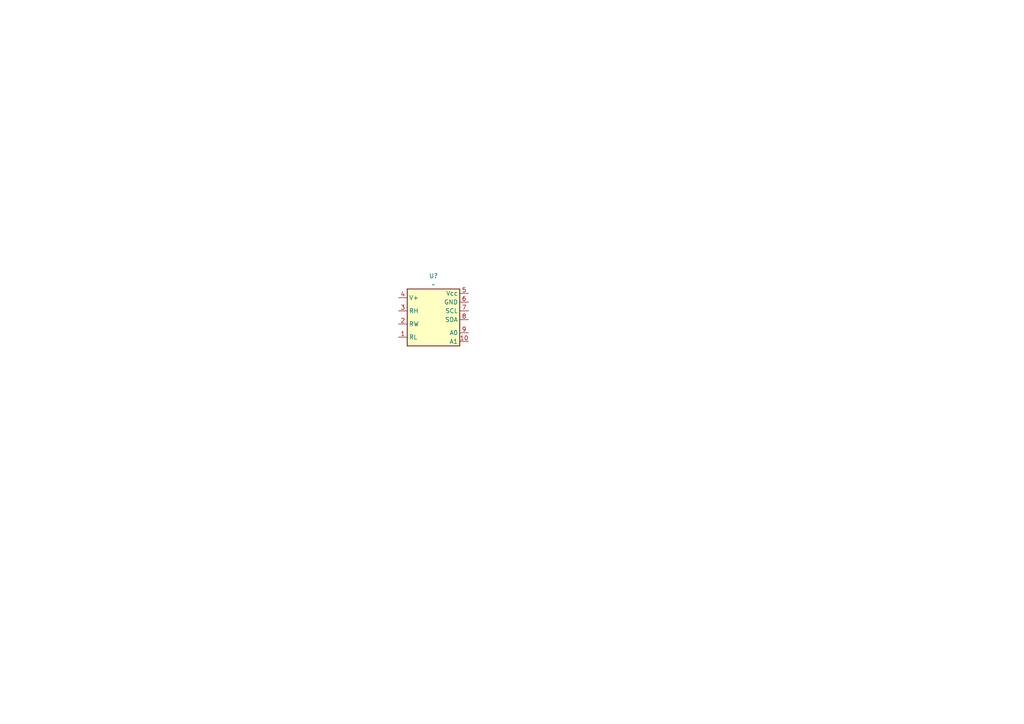
<source format=kicad_sch>
(kicad_sch (version 20231120) (generator "eeschema") (generator_version "8.0")
  (paper "A4")
  (lib_symbols
    (symbol "Device:DS3502"
      (property "Reference" "U" (at 6.604 6.35 0))
      (symbol "DS3502_0_1"
        (rectangle (start -7.62 5.08) (end 7.62 -11.43) (stroke (width 0.254)) (fill (type background)))
      )
      (symbol "DS3502_1_1"
        (pin passive line (at -10.16 -8.89 0) (length 2.54) (name "RL") (number "1"))
        (pin passive line (at 10.16 -10.16 180) (length 2.54) (name "A1") (number "10"))
        (pin output line (at -10.16 -5.08 0) (length 2.54) (name "RW") (number "2"))
        (pin passive line (at -10.16 -1.27 0) (length 2.54) (name "RH") (number "3"))
        (pin passive line (at -10.16 2.54 0) (length 2.54) (name "V+") (number "4"))
        (pin passive line (at 10.16 3.81 180) (length 2.54) (name "Vcc") (number "5"))
        (pin passive line (at 10.16 1.27 180) (length 2.54) (name "GND") (number "6"))
        (pin passive line (at 10.16 -1.27 180) (length 2.54) (name "SCL") (number "7"))
        (pin passive line (at 10.16 -3.81 180) (length 2.54) (name "SDA") (number "8"))
        (pin passive line (at 10.16 -7.62 180) (length 2.54) (name "A0") (number "9"))
      )
    )
  )
  (symbol (lib_id "Device:DS3502") (at 125.73 88.9 0) (unit 1)
    (property "Reference" "U?" (at 125.73 80.01 0))
    (property "Value" "~" (at 125.73 82.55 0))
  )
)
</source>
